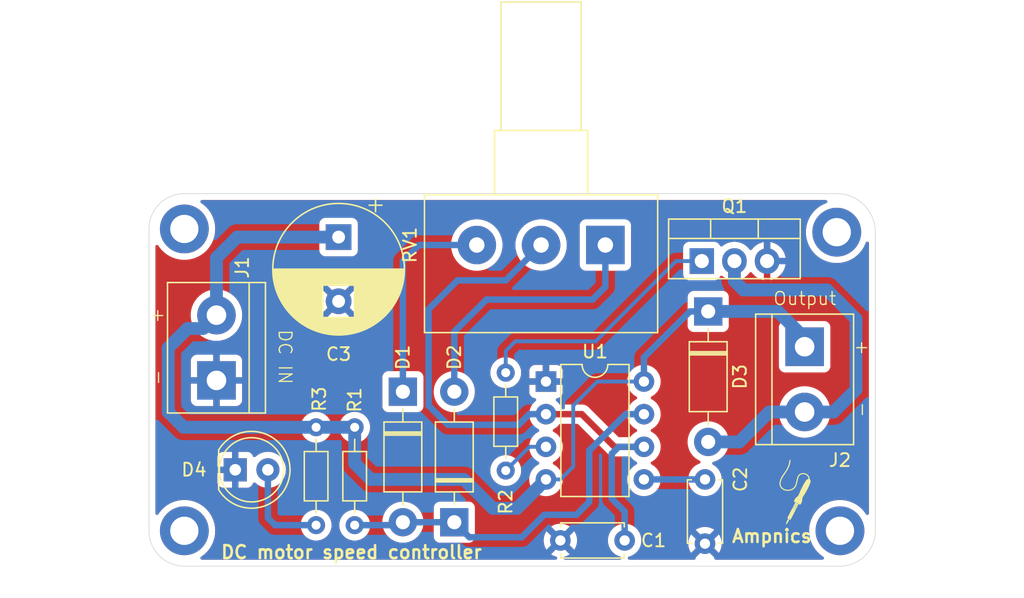
<source format=kicad_pcb>
(kicad_pcb (version 20240108) (generator "pcbnew") (generator_version "8.0")
  (layers (0 "F.Cu" signal) (31 "B.Cu" signal) (34 "B.Paste" user) (35 "F.Paste" user) (36 "B.SilkS" user "B.Silkscreen") (37 "F.SilkS" user "F.Silkscreen") (38 "B.Mask" user) (39 "F.Mask" user) (44 "Edge.Cuts" user))
  (net 0 "")
  (net 1 "Net-(U1-THR)")
  (net 2 "GND")
  (net 3 "Net-(U1-CV)")
  (net 4 "Net-(D3-K)")
  (net 5 "Net-(D1-K)")
  (net 6 "Net-(D1-A)")
  (net 7 "Net-(D2-A)")
  (net 8 "Net-(D3-A)")
  (net 9 "Net-(D4-A)")
  (net 10 "Net-(Q1-B)")
  (net 11 "Net-(U1-Q)")
  (footprint "Resistor_THT:R_Axial_DIN0204_L3.6mm_D1.6mm_P7.62mm_Horizontal" (layer "F.Cu") (at 108.25 104.94 -90)
    (property "Reference" "R3" (at -2.19 -0.25 90) (layer "F.SilkS"))
    (property "Value" "2.2K")
    (pad "1" thru_hole circle (at 0 0 270) (size 1.4 1.4) (drill 0.7) (layers "*.Cu" "*.Mask") (net 4 "Net-(D3-K)"))
    (pad "2" thru_hole oval (at 7.62 0 270) (size 1.4 1.4) (drill 0.7) (layers "*.Cu" "*.Mask") (net 9 "Net-(D4-A)"))
  )
  (footprint "LED_THT:LED_D5.0mm" (layer "F.Cu") (at 101.96 108.25)
    (property "Reference" "D4" (at -3.21 0 0) (layer "F.SilkS"))
    (property "Value" "LED")
    (pad "1" thru_hole rect (at 0 0) (size 1.8 1.8) (drill 0.9) (layers "*.Cu" "*.Mask") (net 2 "GND"))
    (pad "2" thru_hole circle (at 2.54 0) (size 1.8 1.8) (drill 0.9) (layers "*.Cu" "*.Mask") (net 9 "Net-(D4-A)"))
  )
  (footprint "MountingHole:MountingHole_2.2mm_M2_DIN965_Pad" (layer "F.Cu") (at 98 113)
    (property "Reference" "REF**" (hide yes))
    (property "Value" "MountingHole_2.2mm_M2_DIN965_Pad")
    (pad "1" thru_hole circle (at 0 0) (size 3.8 3.8) (drill 2.2) (layers "*.Cu" "*.Mask"))
  )
  (footprint "MountingHole:MountingHole_2.2mm_M2_DIN965_Pad" (layer "F.Cu") (at 98 89.5)
    (property "Reference" "REF**" (hide yes))
    (property "Value" "MountingHole_2.2mm_M2_DIN965_Pad")
    (pad "1" thru_hole circle (at 0 0) (size 3.8 3.8) (drill 2.2) (layers "*.Cu" "*.Mask"))
  )
  (footprint "TerminalBlock:TerminalBlock_bornier-2_P5.08mm" (layer "F.Cu") (at 100.5 101.29 90)
    (property "Reference" "J1" (at 8.79 2 90) (layer "F.SilkS"))
    (property "Value" "Screw_Terminal_01x02")
    (pad "1" thru_hole rect (at 0 0 90) (size 3 3) (drill 1.52) (layers "*.Cu" "*.Mask") (net 2 "GND"))
    (pad "2" thru_hole circle (at 5.08 0 90) (size 3 3) (drill 1.52) (layers "*.Cu" "*.Mask") (net 4 "Net-(D3-K)"))
  )
  (footprint "Capacitor_THT:C_Disc_D4.7mm_W2.5mm_P5.00mm" (layer "F.Cu") (at 138.5 109 -90)
    (property "Reference" "C2" (at 0 -2.75 90) (layer "F.SilkS"))
    (property "Value" "100nF")
    (pad "1" thru_hole circle (at 0 0 270) (size 1.6 1.6) (drill 0.8) (layers "*.Cu" "*.Mask") (net 3 "Net-(U1-CV)"))
    (pad "2" thru_hole circle (at 5 0 270) (size 1.6 1.6) (drill 0.8) (layers "*.Cu" "*.Mask") (net 2 "GND"))
  )
  (footprint "logo.preety:ampnics_logo_6x6mm" (layer "F.Cu") (at 145.5 110)
    (property "Reference" "G***" (hide yes))
    (property "Value" "LOGO" (hide yes))
  )
  (footprint "Capacitor_THT:C_Disc_D4.7mm_W2.5mm_P5.00mm" (layer "F.Cu") (at 132.25 113.75 180)
    (property "Reference" "C1" (at -2.25 0 360) (layer "F.SilkS"))
    (property "Value" "100nF")
    (pad "1" thru_hole circle (at 0 0 180) (size 1.6 1.6) (drill 0.8) (layers "*.Cu" "*.Mask") (net 1 "Net-(U1-THR)"))
    (pad "2" thru_hole circle (at 5 0 180) (size 1.6 1.6) (drill 0.8) (layers "*.Cu" "*.Mask") (net 2 "GND"))
  )
  (footprint "Diode_THT:D_DO-41_SOD81_P10.16mm_Horizontal" (layer "F.Cu") (at 138.75 95.92 -90)
    (property "Reference" "D3" (at 5.08 -2.47 90) (layer "F.SilkS"))
    (property "Value" "1N4007")
    (pad "1" thru_hole rect (at 0 0 270) (size 2.2 2.2) (drill 1.1) (layers "*.Cu" "*.Mask") (net 4 "Net-(D3-K)"))
    (pad "2" thru_hole oval (at 10.16 0 270) (size 2.2 2.2) (drill 1.1) (layers "*.Cu" "*.Mask") (net 8 "Net-(D3-A)"))
  )
  (footprint "Resistor_THT:R_Axial_DIN0204_L3.6mm_D1.6mm_P7.62mm_Horizontal" (layer "F.Cu") (at 123 108.31 90)
    (property "Reference" "R2" (at -2.44 0 90) (layer "F.SilkS"))
    (property "Value" "1K")
    (pad "1" thru_hole circle (at 0 0 90) (size 1.4 1.4) (drill 0.7) (layers "*.Cu" "*.Mask") (net 11 "Net-(U1-Q)"))
    (pad "2" thru_hole oval (at 7.62 0 90) (size 1.4 1.4) (drill 0.7) (layers "*.Cu" "*.Mask") (net 10 "Net-(Q1-B)"))
  )
  (footprint "Package_TO_SOT_THT:TO-220-3_Vertical" (layer "F.Cu") (at 138.25 92)
    (property "Reference" "Q1" (at 2.54 -4.27 0) (layer "F.SilkS"))
    (property "Value" "TIP122")
    (pad "1" thru_hole rect (at 0 0) (size 1.905 2) (drill 1.1) (layers "*.Cu" "*.Mask") (net 10 "Net-(Q1-B)"))
    (pad "2" thru_hole oval (at 2.54 0) (size 1.905 2) (drill 1.1) (layers "*.Cu" "*.Mask") (net 8 "Net-(D3-A)"))
    (pad "3" thru_hole oval (at 5.08 0) (size 1.905 2) (drill 1.1) (layers "*.Cu" "*.Mask") (net 2 "GND"))
  )
  (footprint "Package_DIP:DIP-8_W7.62mm" (layer "F.Cu") (at 126.13 101.38)
    (property "Reference" "U1" (at 3.81 -2.33 0) (layer "F.SilkS"))
    (property "Value" "NE555P")
    (pad "1" thru_hole rect (at 0 0) (size 1.6 1.6) (drill 0.8) (layers "*.Cu" "*.Mask") (net 2 "GND"))
    (pad "2" thru_hole oval (at 0 2.54) (size 1.6 1.6) (drill 0.8) (layers "*.Cu" "*.Mask") (net 1 "Net-(U1-THR)"))
    (pad "3" thru_hole oval (at 0 5.08) (size 1.6 1.6) (drill 0.8) (layers "*.Cu" "*.Mask") (net 11 "Net-(U1-Q)"))
    (pad "4" thru_hole oval (at 0 7.62) (size 1.6 1.6) (drill 0.8) (layers "*.Cu" "*.Mask") (net 4 "Net-(D3-K)"))
    (pad "5" thru_hole oval (at 7.62 7.62) (size 1.6 1.6) (drill 0.8) (layers "*.Cu" "*.Mask") (net 3 "Net-(U1-CV)"))
    (pad "6" thru_hole oval (at 7.62 5.08) (size 1.6 1.6) (drill 0.8) (layers "*.Cu" "*.Mask") (net 1 "Net-(U1-THR)"))
    (pad "7" thru_hole oval (at 7.62 2.54) (size 1.6 1.6) (drill 0.8) (layers "*.Cu" "*.Mask") (net 6 "Net-(D1-A)"))
    (pad "8" thru_hole oval (at 7.62 0) (size 1.6 1.6) (drill 0.8) (layers "*.Cu" "*.Mask") (net 4 "Net-(D3-K)"))
  )
  (footprint "Diode_THT:D_DO-41_SOD81_P10.16mm_Horizontal" (layer "F.Cu") (at 119 112.33 90)
    (property "Reference" "D2" (at 12.83 0 90) (layer "F.SilkS"))
    (property "Value" "1N4007")
    (pad "1" thru_hole rect (at 0 0 90) (size 2.2 2.2) (drill 1.1) (layers "*.Cu" "*.Mask") (net 6 "Net-(D1-A)"))
    (pad "2" thru_hole oval (at 10.16 0 90) (size 2.2 2.2) (drill 1.1) (layers "*.Cu" "*.Mask") (net 7 "Net-(D2-A)"))
  )
  (footprint "Capacitor_THT:CP_Radial_D10.0mm_P5.00mm" (layer "F.Cu") (at 110 90.132323 -90)
    (property "Reference" "C3" (at 9.117677 0 180) (layer "F.SilkS"))
    (property "Value" "1000uF")
    (pad "1" thru_hole rect (at 0 0 270) (size 2 2) (drill 1) (layers "*.Cu" "*.Mask") (net 4 "Net-(D3-K)"))
    (pad "2" thru_hole circle (at 5 0 270) (size 2 2) (drill 1) (layers "*.Cu" "*.Mask") (net 2 "GND"))
  )
  (footprint "Potentiometer_THT:Potentiometer_Alps_RK163_Single_Horizontal" (layer "F.Cu") (at 130.75 90.75 -90)
    (property "Reference" "RV1" (at 0 15.2 90) (layer "F.SilkS"))
    (property "Value" "100K")
    (pad "1" thru_hole rect (at 0 0 90) (size 3 3) (drill 1.2) (layers "*.Cu" "*.Mask") (net 7 "Net-(D2-A)"))
    (pad "2" thru_hole circle (at 0 5 90) (size 3 3) (drill 1.2) (layers "*.Cu" "*.Mask") (net 1 "Net-(U1-THR)"))
    (pad "3" thru_hole circle (at 0 10 90) (size 3 3) (drill 1.2) (layers "*.Cu" "*.Mask") (net 5 "Net-(D1-K)"))
  )
  (footprint "TerminalBlock:TerminalBlock_bornier-2_P5.08mm" (layer "F.Cu") (at 146.25 98.67 -90)
    (property "Reference" "J2" (at 8.83 -2.75 180) (layer "F.SilkS"))
    (property "Value" "Screw_Terminal_01x02")
    (pad "1" thru_hole rect (at 0 0 270) (size 3 3) (drill 1.52) (layers "*.Cu" "*.Mask") (net 4 "Net-(D3-K)"))
    (pad "2" thru_hole circle (at 5.08 0 270) (size 3 3) (drill 1.52) (layers "*.Cu" "*.Mask") (net 8 "Net-(D3-A)"))
  )
  (footprint "Resistor_THT:R_Axial_DIN0204_L3.6mm_D1.6mm_P7.62mm_Horizontal" (layer "F.Cu") (at 111.25 104.94 -90)
    (property "Reference" "R1" (at -2.13 0 90) (layer "F.SilkS"))
    (property "Value" "1K")
    (pad "1" thru_hole circle (at 0 0 270) (size 1.4 1.4) (drill 0.7) (layers "*.Cu" "*.Mask") (net 4 "Net-(D3-K)"))
    (pad "2" thru_hole oval (at 7.62 0 270) (size 1.4 1.4) (drill 0.7) (layers "*.Cu" "*.Mask") (net 6 "Net-(D1-A)"))
  )
  (footprint "MountingHole:MountingHole_2.2mm_M2_DIN965_Pad" (layer "F.Cu") (at 149 113)
    (property "Reference" "REF**" (hide yes))
    (property "Value" "MountingHole_2.2mm_M2_DIN965_Pad")
    (pad "1" thru_hole circle (at 0 0) (size 3.8 3.8) (drill 2.2) (layers "*.Cu" "*.Mask"))
  )
  (footprint "MountingHole:MountingHole_2.2mm_M2_DIN965_Pad" (layer "F.Cu") (at 148.75 89.75)
    (property "Reference" "REF**" (hide yes))
    (property "Value" "MountingHole_2.2mm_M2_DIN965_Pad")
    (pad "1" thru_hole circle (at 0 0) (size 3.8 3.8) (drill 2.2) (layers "*.Cu" "*.Mask"))
  )
  (footprint "Diode_THT:D_DO-41_SOD81_P10.16mm_Horizontal" (layer "F.Cu") (at 115 102.17 -90)
    (property "Reference" "D1" (at -2.67 0 90) (layer "F.SilkS"))
    (property "Value" "1N4007")
    (pad "1" thru_hole rect (at 0 0 270) (size 2.2 2.2) (drill 1.1) (layers "*.Cu" "*.Mask") (net 5 "Net-(D1-K)"))
    (pad "2" thru_hole oval (at 10.16 0 270) (size 2.2 2.2) (drill 1.1) (layers "*.Cu" "*.Mask") (net 6 "Net-(D1-A)"))
  )
  (gr_arc (start 151.75 113) (mid 150.944544 114.944544) (end 149 115.75) (stroke (width 0.05)) (layer "Edge.Cuts"))
  (gr_arc (start 98 115.75) (mid 96.055456 114.944544) (end 95.25 113) (stroke (width 0.05)) (layer "Edge.Cuts"))
  (gr_line (start 98 86.75) (end 148.75 86.75) (stroke (width 0.05)) (layer "Edge.Cuts"))
  (gr_arc (start 95.25 89.5) (mid 96.055456 87.555456) (end 98 86.75) (stroke (width 0.05)) (layer "Edge.Cuts"))
  (gr_line (start 149 115.75) (end 98 115.75) (stroke (width 0.05)) (layer "Edge.Cuts"))
  (gr_arc (start 148.75 86.75) (mid 150.87132 87.62868) (end 151.75 89.75) (stroke (width 0.05)) (layer "Edge.Cuts"))
  (gr_line (start 151.75 89.75) (end 151.75 113) (stroke (width 0.05)) (layer "Edge.Cuts"))
  (gr_line (start 95.25 113) (end 95.25 89.5) (stroke (width 0.05)) (layer "Edge.Cuts"))
  (gr_text "-" (at 151.25 104.25 90) (layer "F.SilkS") (effects (font (size 1 1) (thickness 0.1)) (justify left bottom)))
  (gr_text "DC motor speed controller" (at 100.75 115.25 0) (layer "F.SilkS") (effects (font (size 1 1) (thickness 0.2) (bold yes)) (justify left bottom)))
  (gr_text "DC IN" (at 105.25 97.25 -90) (layer "F.SilkS") (effects (font (size 1 1) (thickness 0.1)) (justify left bottom)))
  (gr_text "+" (at 95.25 96.75 0) (layer "F.SilkS") (effects (font (size 1 1) (thickness 0.1)) (justify left bottom)))
  (gr_text "Output" (at 143.75 95.5 0) (layer "F.SilkS") (effects (font (size 1 1) (thickness 0.1)) (justify left bottom)))
  (gr_text "-" (at 96.5 101.75 90) (layer "F.SilkS") (effects (font (size 1 1) (thickness 0.1)) (justify left bottom)))
  (gr_text "Ampnics" (at 140.5 114 0) (layer "F.SilkS") (effects (font (size 1 1) (thickness 0.2) (bold yes)) (justify left bottom)))
  (gr_text "+" (at 150 99.25 0) (layer "F.SilkS") (effects (font (size 1 1) (thickness 0.1)) (justify left bottom)))
  (segment (start 131.46 106.46) (end 128.92 103.92) (width 0.5) (layer "F.Cu") (net 1))
  (segment (start 133.75 106.46) (end 131.46 106.46) (width 0.5) (layer "F.Cu") (net 1))
  (segment (start 128.92 103.92) (end 126.13 103.92) (width 0.5) (layer "F.Cu") (net 1))
  (segment (start 131.25 107) (end 131.25 110.5) (width 0.5) (layer "B.Cu") (net 1))
  (segment (start 133.75 106.46) (end 131.79 106.46) (width 0.5) (layer "B.Cu") (net 1))
  (segment (start 118.5 104.75) (end 124 104.75) (width 0.5) (layer "B.Cu") (net 1))
  (segment (start 119.25 93.5) (end 117 95.75) (width 0.5) (layer "B.Cu") (net 1))
  (segment (start 123 93.5) (end 119.25 93.5) (width 0.5) (layer "B.Cu") (net 1))
  (segment (start 132.25 111.5) (end 132.25 113.75) (width 0.5) (layer "B.Cu") (net 1))
  (segment (start 117 95.75) (end 117 103.25) (width 0.5) (layer "B.Cu") (net 1))
  (segment (start 124.83 103.92) (end 126.13 103.92) (width 0.5) (layer "B.Cu") (net 1))
  (segment (start 117 103.25) (end 118.5 104.75) (width 0.5) (layer "B.Cu") (net 1))
  (segment (start 125.75 90.75) (end 123 93.5) (width 0.5) (layer "B.Cu") (net 1))
  (segment (start 131.25 110.5) (end 132.25 111.5) (width 0.5) (layer "B.Cu") (net 1))
  (segment (start 124 104.75) (end 124.83 103.92) (width 0.5) (layer "B.Cu") (net 1))
  (segment (start 131.79 106.46) (end 131.25 107) (width 0.5) (layer "B.Cu") (net 1))
  (segment (start 138.5 109) (end 133.75 109) (width 0.5) (layer "B.Cu") (net 3))
  (segment (start 108.25 104.94) (end 97.94 104.94) (width 1) (layer "B.Cu") (net 4))
  (segment (start 130.12 101.38) (end 128.25 103.25) (width 0.3) (layer "B.Cu") (net 4))
  (segment (start 144.17 95.92) (end 138.75 95.92) (width 1) (layer "B.Cu") (net 4))
  (segment (start 100.5 96.21) (end 100.5 91.75) (width 1) (layer "B.Cu") (net 4))
  (segment (start 122 111.25) (end 119.75 109) (width 1) (layer "B.Cu") (net 4))
  (segment (start 119.75 109) (end 112.5 109) (width 1) (layer "B.Cu") (net 4))
  (segment (start 99.46 97.25) (end 100.5 96.21) (width 1) (layer "B.Cu") (net 4))
  (segment (start 102.117677 90.132323) (end 110 90.132323) (width 1) (layer "B.Cu") (net 4))
  (segment (start 111.25 107.75) (end 111.25 104.94) (width 1) (layer "B.Cu") (net 4))
  (segment (start 128.25 103.25) (end 128.25 108) (width 0.3) (layer "B.Cu") (net 4))
  (segment (start 127.25 109) (end 126.13 109) (width 0.3) (layer "B.Cu") (net 4))
  (segment (start 133.75 101.38) (end 130.12 101.38) (width 0.3) (layer "B.Cu") (net 4))
  (segment (start 126.13 109) (end 123.88 111.25) (width 1) (layer "B.Cu") (net 4))
  (segment (start 112.5 109) (end 111.25 107.75) (width 1) (layer "B.Cu") (net 4))
  (segment (start 98.25 97.25) (end 99.46 97.25) (width 1) (layer "B.Cu") (net 4))
  (segment (start 123.88 111.25) (end 122 111.25) (width 1) (layer "B.Cu") (net 4))
  (segment (start 137.33 95.92) (end 133.75 99.5) (width 0.5) (layer "B.Cu") (net 4))
  (segment (start 96.75 103.75) (end 96.75 98.75) (width 1) (layer "B.Cu") (net 4))
  (segment (start 133.75 99.5) (end 133.75 101.38) (width 0.5) (layer "B.Cu") (net 4))
  (segment (start 128.25 108) (end 127.25 109) (width 0.3) (layer "B.Cu") (net 4))
  (segment (start 138.75 95.92) (end 137.33 95.92) (width 0.5) (layer "B.Cu") (net 4))
  (segment (start 146.25 98) (end 144.17 95.92) (width 1) (layer "B.Cu") (net 4))
  (segment (start 96.75 98.75) (end 98.25 97.25) (width 1) (layer "B.Cu") (net 4))
  (segment (start 146.25 98.67) (end 146.25 98) (width 1) (layer "B.Cu") (net 4))
  (segment (start 100.5 91.75) (end 102.117677 90.132323) (width 1) (layer "B.Cu") (net 4))
  (segment (start 97.94 104.94) (end 96.75 103.75) (width 1) (layer "B.Cu") (net 4))
  (segment (start 108.25 104.94) (end 111.25 104.94) (width 1) (layer "B.Cu") (net 4))
  (segment (start 116.25 90.75) (end 120.75 90.75) (width 0.5) (layer "B.Cu") (net 5))
  (segment (start 115 102.17) (end 115 92) (width 0.5) (layer "B.Cu") (net 5))
  (segment (start 115 92) (end 116.25 90.75) (width 0.5) (layer "B.Cu") (net 5))
  (segment (start 132.33 103.92) (end 129.5 106.75) (width 0.5) (layer "B.Cu") (net 6))
  (segment (start 120.17 113.5) (end 119 112.33) (width 0.5) (layer "B.Cu") (net 6))
  (segment (start 129.5 106.75) (end 129.5 110.75) (width 0.5) (layer "B.Cu") (net 6))
  (segment (start 111.25 112.56) (end 114.77 112.56) (width 0.5) (layer "B.Cu") (net 6))
  (segment (start 119 112.33) (end 115 112.33) (width 0.5) (layer "B.Cu") (net 6))
  (segment (start 129.5 110.75) (end 128.5 111.75) (width 0.5) (layer "B.Cu") (net 6))
  (segment (start 133.75 103.92) (end 132.33 103.92) (width 0.5) (layer "B.Cu") (net 6))
  (segment (start 114.77 112.56) (end 115 112.33) (width 0.5) (layer "B.Cu") (net 6))
  (segment (start 124.25 113.5) (end 120.17 113.5) (width 0.5) (layer "B.Cu") (net 6))
  (segment (start 128.5 111.75) (end 126 111.75) (width 0.5) (layer "B.Cu") (net 6))
  (segment (start 126 111.75) (end 124.25 113.5) (width 0.5) (layer "B.Cu") (net 6))
  (segment (start 119 97.5) (end 121.5 95) (width 0.5) (layer "B.Cu") (net 7))
  (segment (start 129.75 95) (end 130.75 94) (width 0.5) (layer "B.Cu") (net 7))
  (segment (start 130.75 94) (end 130.75 90.75) (width 0.5) (layer "B.Cu") (net 7))
  (segment (start 121.5 95) (end 129.75 95) (width 0.5) (layer "B.Cu") (net 7))
  (segment (start 119 102.17) (end 119 97.5) (width 0.5) (layer "B.Cu") (net 7))
  (segment (start 141.5 94.25) (end 140.79 93.54) (width 1) (layer "B.Cu") (net 8))
  (segment (start 150.25 96.5) (end 148 94.25) (width 1) (layer "B.Cu") (net 8))
  (segment (start 143.5 103.75) (end 141.17 106.08) (width 1) (layer "B.Cu") (net 8))
  (segment (start 141.17 106.08) (end 138.75 106.08) (width 1) (layer "B.Cu") (net 8))
  (segment (start 146.25 103.75) (end 148.5 103.75) (width 1) (layer "B.Cu") (net 8))
  (segment (start 148 94.25) (end 141.5 94.25) (width 1) (layer "B.Cu") (net 8))
  (segment (start 148.5 103.75) (end 150.25 102) (width 1) (layer "B.Cu") (net 8))
  (segment (start 140.79 93.54) (end 140.79 92) (width 1) (layer "B.Cu") (net 8))
  (segment (start 146.25 103.75) (end 143.5 103.75) (width 1) (layer "B.Cu") (net 8))
  (segment (start 150.25 102) (end 150.25 96.5) (width 1) (layer "B.Cu") (net 8))
  (segment (start 104.5 112) (end 104.5 108.25) (width 0.5) (layer "B.Cu") (net 9))
  (segment (start 108.25 112.56) (end 105.06 112.56) (width 0.5) (layer "B.Cu") (net 9))
  (segment (start 105.06 112.56) (end 104.5 112) (width 0.5) (layer "B.Cu") (net 9))
  (segment (start 123.75 98.25) (end 123 99) (width 0.3) (layer "B.Cu") (net 10))
  (segment (start 136.25 92) (end 130 98.25) (width 0.3) (layer "B.Cu") (net 10))
  (segment (start 138.25 92) (end 136.25 92) (width 0.3) (layer "B.Cu") (net 10))
  (segment (start 130 98.25) (end 123.75 98.25) (width 0.3) (layer "B.Cu") (net 10))
  (segment (start 123 99) (end 123 100.69) (width 0.3) (layer "B.Cu") (net 10))
  (segment (start 124.85 106.46) (end 123 108.31) (width 0.3) (layer "B.Cu") (net 11))
  (segment (start 126.13 106.46) (end 124.85 106.46) (width 0.3) (layer "B.Cu") (net 11))
  (zone (net 2) (net_name "GND") (layers "F&B.Cu") (connect_pads (clearance 0.5)) (min_thickness 0.25) (fill yes (thermal_gap 0.5) (thermal_bridge_width 0.5))
    (polygon (pts (xy 94 85.25) (xy 153.75 85.25) (xy 153.75 118.25) (xy 94.25 118)))
  )
)
</source>
